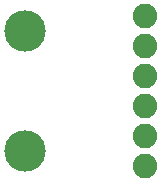
<source format=gbr>
G04 EAGLE Gerber RS-274X export*
G75*
%MOMM*%
%FSLAX34Y34*%
%LPD*%
%INSoldermask Bottom*%
%IPPOS*%
%AMOC8*
5,1,8,0,0,1.08239X$1,22.5*%
G01*
%ADD10C,2.082800*%
%ADD11C,3.505200*%


D10*
X127000Y139700D03*
X127000Y114300D03*
X127000Y88900D03*
X127000Y63500D03*
X127000Y38100D03*
X127000Y12700D03*
D11*
X25400Y25400D03*
X25400Y127000D03*
M02*

</source>
